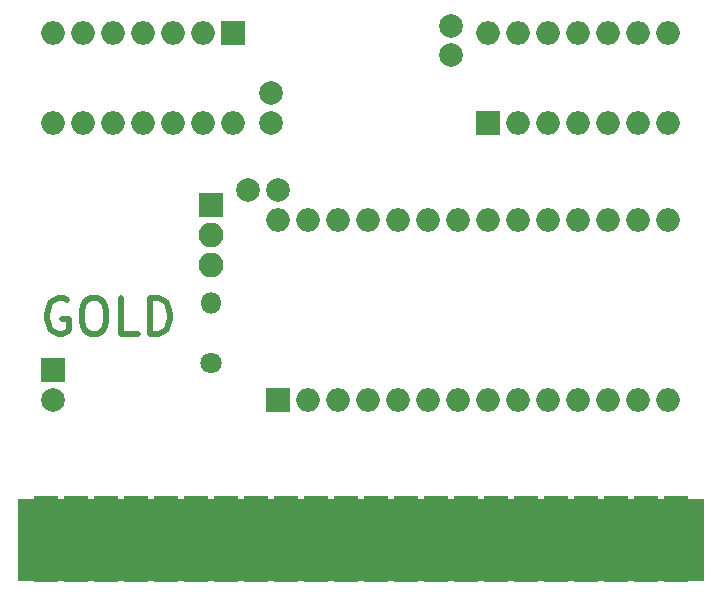
<source format=gbr>
G04 #@! TF.GenerationSoftware,KiCad,Pcbnew,(5.1.2)-1*
G04 #@! TF.CreationDate,2019-11-02T02:49:23-04:00*
G04 #@! TF.ProjectId,superzaxxonduo,73757065-727a-4617-9878-6f6e64756f2e,rev?*
G04 #@! TF.SameCoordinates,Original*
G04 #@! TF.FileFunction,Soldermask,Top*
G04 #@! TF.FilePolarity,Negative*
%FSLAX46Y46*%
G04 Gerber Fmt 4.6, Leading zero omitted, Abs format (unit mm)*
G04 Created by KiCad (PCBNEW (5.1.2)-1) date 2019-11-02 02:49:23*
%MOMM*%
%LPD*%
G04 APERTURE LIST*
%ADD10C,0.500000*%
%ADD11C,0.100000*%
%ADD12R,2.150000X7.400000*%
%ADD13C,2.000000*%
%ADD14R,2.000000X2.000000*%
%ADD15R,2.100000X2.100000*%
%ADD16O,2.100000X2.100000*%
%ADD17C,1.800000*%
%ADD18O,1.800000X1.800000*%
%ADD19O,2.000000X2.000000*%
G04 APERTURE END LIST*
D10*
X83114000Y-53110000D02*
X82828285Y-52967142D01*
X82399714Y-52967142D01*
X81971142Y-53110000D01*
X81685428Y-53395714D01*
X81542571Y-53681428D01*
X81399714Y-54252857D01*
X81399714Y-54681428D01*
X81542571Y-55252857D01*
X81685428Y-55538571D01*
X81971142Y-55824285D01*
X82399714Y-55967142D01*
X82685428Y-55967142D01*
X83114000Y-55824285D01*
X83256857Y-55681428D01*
X83256857Y-54681428D01*
X82685428Y-54681428D01*
X85114000Y-52967142D02*
X85685428Y-52967142D01*
X85971142Y-53110000D01*
X86256857Y-53395714D01*
X86399714Y-53967142D01*
X86399714Y-54967142D01*
X86256857Y-55538571D01*
X85971142Y-55824285D01*
X85685428Y-55967142D01*
X85114000Y-55967142D01*
X84828285Y-55824285D01*
X84542571Y-55538571D01*
X84399714Y-54967142D01*
X84399714Y-53967142D01*
X84542571Y-53395714D01*
X84828285Y-53110000D01*
X85114000Y-52967142D01*
X89114000Y-55967142D02*
X87685428Y-55967142D01*
X87685428Y-52967142D01*
X90114000Y-55967142D02*
X90114000Y-52967142D01*
X90828285Y-52967142D01*
X91256857Y-53110000D01*
X91542571Y-53395714D01*
X91685428Y-53681428D01*
X91828285Y-54252857D01*
X91828285Y-54681428D01*
X91685428Y-55252857D01*
X91542571Y-55538571D01*
X91256857Y-55824285D01*
X90828285Y-55967142D01*
X90114000Y-55967142D01*
D11*
G36*
X78930500Y-69913500D02*
G01*
X78930500Y-76835000D01*
X136969500Y-76835000D01*
X136969500Y-69913500D01*
X78930500Y-69913500D01*
G37*
X78930500Y-69913500D02*
X78930500Y-76835000D01*
X136969500Y-76835000D01*
X136969500Y-69913500D01*
X78930500Y-69913500D01*
D12*
X132080000Y-73342500D03*
X134620000Y-73342500D03*
X124460000Y-73342500D03*
X129540000Y-73342500D03*
X121920000Y-73342500D03*
X127000000Y-73342500D03*
X119380000Y-73342500D03*
X106680000Y-73342500D03*
X111760000Y-73342500D03*
X109220000Y-73342500D03*
X114300000Y-73342500D03*
X116840000Y-73342500D03*
X104140000Y-73342500D03*
X101600000Y-73342500D03*
X99060000Y-73342500D03*
X96520000Y-73342500D03*
X93980000Y-73342500D03*
X91440000Y-73342500D03*
X88900000Y-73342500D03*
X86360000Y-73342500D03*
X83820000Y-73342500D03*
X81280000Y-73342500D03*
D13*
X100330000Y-35600000D03*
X100330000Y-38100000D03*
X115570000Y-32385000D03*
X115570000Y-29885000D03*
X100965000Y-43815000D03*
X98465000Y-43815000D03*
D14*
X81915000Y-59055000D03*
D13*
X81915000Y-61555000D03*
D15*
X95250000Y-45085000D03*
D16*
X95250000Y-47625000D03*
X95250000Y-50165000D03*
D17*
X95250000Y-58420000D03*
D18*
X95250000Y-53340000D03*
D14*
X97155000Y-30480000D03*
D19*
X81915000Y-38100000D03*
X94615000Y-30480000D03*
X84455000Y-38100000D03*
X92075000Y-30480000D03*
X86995000Y-38100000D03*
X89535000Y-30480000D03*
X89535000Y-38100000D03*
X86995000Y-30480000D03*
X92075000Y-38100000D03*
X84455000Y-30480000D03*
X94615000Y-38100000D03*
X81915000Y-30480000D03*
X97155000Y-38100000D03*
X118745000Y-30480000D03*
X133985000Y-38100000D03*
X121285000Y-30480000D03*
X131445000Y-38100000D03*
X123825000Y-30480000D03*
X128905000Y-38100000D03*
X126365000Y-30480000D03*
X126365000Y-38100000D03*
X128905000Y-30480000D03*
X123825000Y-38100000D03*
X131445000Y-30480000D03*
X121285000Y-38100000D03*
X133985000Y-30480000D03*
D14*
X118745000Y-38100000D03*
X100965000Y-61595000D03*
D19*
X133985000Y-46355000D03*
X103505000Y-61595000D03*
X131445000Y-46355000D03*
X106045000Y-61595000D03*
X128905000Y-46355000D03*
X108585000Y-61595000D03*
X126365000Y-46355000D03*
X111125000Y-61595000D03*
X123825000Y-46355000D03*
X113665000Y-61595000D03*
X121285000Y-46355000D03*
X116205000Y-61595000D03*
X118745000Y-46355000D03*
X118745000Y-61595000D03*
X116205000Y-46355000D03*
X121285000Y-61595000D03*
X113665000Y-46355000D03*
X123825000Y-61595000D03*
X111125000Y-46355000D03*
X126365000Y-61595000D03*
X108585000Y-46355000D03*
X128905000Y-61595000D03*
X106045000Y-46355000D03*
X131445000Y-61595000D03*
X103505000Y-46355000D03*
X133985000Y-61595000D03*
X100965000Y-46355000D03*
M02*

</source>
